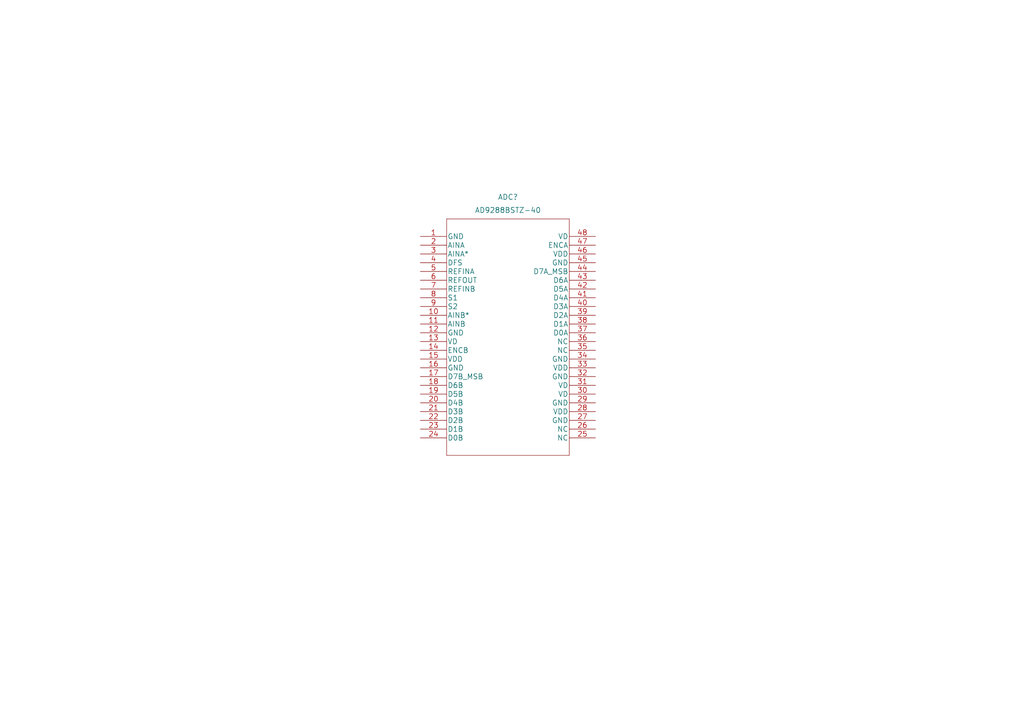
<source format=kicad_sch>
(kicad_sch (version 20211123) (generator eeschema)

  (uuid 38cec898-9cfa-4098-a6ef-169424fa8b9b)

  (paper "A4")

  (lib_symbols
    (symbol "local_library:AD9288BSTZ-40" (pin_names (offset 0.254)) (in_bom yes) (on_board yes)
      (property "Reference" "U" (id 0) (at 25.4 10.16 0)
        (effects (font (size 1.524 1.524)))
      )
      (property "Value" "AD9288BSTZ-40" (id 1) (at 25.4 7.62 0)
        (effects (font (size 1.524 1.524)))
      )
      (property "Footprint" "ST_48_ADI" (id 2) (at 25.4 6.096 0)
        (effects (font (size 1.524 1.524)) hide)
      )
      (property "Datasheet" "" (id 3) (at 0 0 0)
        (effects (font (size 1.524 1.524)))
      )
      (property "ki_locked" "" (id 4) (at 0 0 0)
        (effects (font (size 1.27 1.27)))
      )
      (property "ki_fp_filters" "ST_48_ADI ST_48_ADI-M ST_48_ADI-L" (id 5) (at 0 0 0)
        (effects (font (size 1.27 1.27)) hide)
      )
      (symbol "AD9288BSTZ-40_1_1"
        (polyline
          (pts
            (xy 7.62 -63.5)
            (xy 43.18 -63.5)
          )
          (stroke (width 0.127) (type default) (color 0 0 0 0))
          (fill (type none))
        )
        (polyline
          (pts
            (xy 7.62 5.08)
            (xy 7.62 -63.5)
          )
          (stroke (width 0.127) (type default) (color 0 0 0 0))
          (fill (type none))
        )
        (polyline
          (pts
            (xy 43.18 -63.5)
            (xy 43.18 5.08)
          )
          (stroke (width 0.127) (type default) (color 0 0 0 0))
          (fill (type none))
        )
        (polyline
          (pts
            (xy 43.18 5.08)
            (xy 7.62 5.08)
          )
          (stroke (width 0.127) (type default) (color 0 0 0 0))
          (fill (type none))
        )
        (pin unspecified line (at 0 0 0) (length 7.62)
          (name "GND" (effects (font (size 1.4986 1.4986))))
          (number "1" (effects (font (size 1.4986 1.4986))))
        )
        (pin unspecified line (at 0 -22.86 0) (length 7.62)
          (name "AINB*" (effects (font (size 1.4986 1.4986))))
          (number "10" (effects (font (size 1.4986 1.4986))))
        )
        (pin unspecified line (at 0 -25.4 0) (length 7.62)
          (name "AINB" (effects (font (size 1.4986 1.4986))))
          (number "11" (effects (font (size 1.4986 1.4986))))
        )
        (pin unspecified line (at 0 -27.94 0) (length 7.62)
          (name "GND" (effects (font (size 1.4986 1.4986))))
          (number "12" (effects (font (size 1.4986 1.4986))))
        )
        (pin power_in line (at 0 -30.48 0) (length 7.62)
          (name "VD" (effects (font (size 1.4986 1.4986))))
          (number "13" (effects (font (size 1.4986 1.4986))))
        )
        (pin unspecified line (at 0 -33.02 0) (length 7.62)
          (name "ENCB" (effects (font (size 1.4986 1.4986))))
          (number "14" (effects (font (size 1.4986 1.4986))))
        )
        (pin power_in line (at 0 -35.56 0) (length 7.62)
          (name "VDD" (effects (font (size 1.4986 1.4986))))
          (number "15" (effects (font (size 1.4986 1.4986))))
        )
        (pin unspecified line (at 0 -38.1 0) (length 7.62)
          (name "GND" (effects (font (size 1.4986 1.4986))))
          (number "16" (effects (font (size 1.4986 1.4986))))
        )
        (pin unspecified line (at 0 -40.64 0) (length 7.62)
          (name "D7B_MSB" (effects (font (size 1.4986 1.4986))))
          (number "17" (effects (font (size 1.4986 1.4986))))
        )
        (pin unspecified line (at 0 -43.18 0) (length 7.62)
          (name "D6B" (effects (font (size 1.4986 1.4986))))
          (number "18" (effects (font (size 1.4986 1.4986))))
        )
        (pin unspecified line (at 0 -45.72 0) (length 7.62)
          (name "D5B" (effects (font (size 1.4986 1.4986))))
          (number "19" (effects (font (size 1.4986 1.4986))))
        )
        (pin unspecified line (at 0 -2.54 0) (length 7.62)
          (name "AINA" (effects (font (size 1.4986 1.4986))))
          (number "2" (effects (font (size 1.4986 1.4986))))
        )
        (pin unspecified line (at 0 -48.26 0) (length 7.62)
          (name "D4B" (effects (font (size 1.4986 1.4986))))
          (number "20" (effects (font (size 1.4986 1.4986))))
        )
        (pin unspecified line (at 0 -50.8 0) (length 7.62)
          (name "D3B" (effects (font (size 1.4986 1.4986))))
          (number "21" (effects (font (size 1.4986 1.4986))))
        )
        (pin unspecified line (at 0 -53.34 0) (length 7.62)
          (name "D2B" (effects (font (size 1.4986 1.4986))))
          (number "22" (effects (font (size 1.4986 1.4986))))
        )
        (pin unspecified line (at 0 -55.88 0) (length 7.62)
          (name "D1B" (effects (font (size 1.4986 1.4986))))
          (number "23" (effects (font (size 1.4986 1.4986))))
        )
        (pin unspecified line (at 0 -58.42 0) (length 7.62)
          (name "D0B" (effects (font (size 1.4986 1.4986))))
          (number "24" (effects (font (size 1.4986 1.4986))))
        )
        (pin unspecified line (at 50.8 -58.42 180) (length 7.62)
          (name "NC" (effects (font (size 1.4986 1.4986))))
          (number "25" (effects (font (size 1.4986 1.4986))))
        )
        (pin unspecified line (at 50.8 -55.88 180) (length 7.62)
          (name "NC" (effects (font (size 1.4986 1.4986))))
          (number "26" (effects (font (size 1.4986 1.4986))))
        )
        (pin unspecified line (at 50.8 -53.34 180) (length 7.62)
          (name "GND" (effects (font (size 1.4986 1.4986))))
          (number "27" (effects (font (size 1.4986 1.4986))))
        )
        (pin power_in line (at 50.8 -50.8 180) (length 7.62)
          (name "VDD" (effects (font (size 1.4986 1.4986))))
          (number "28" (effects (font (size 1.4986 1.4986))))
        )
        (pin unspecified line (at 50.8 -48.26 180) (length 7.62)
          (name "GND" (effects (font (size 1.4986 1.4986))))
          (number "29" (effects (font (size 1.4986 1.4986))))
        )
        (pin unspecified line (at 0 -5.08 0) (length 7.62)
          (name "AINA*" (effects (font (size 1.4986 1.4986))))
          (number "3" (effects (font (size 1.4986 1.4986))))
        )
        (pin power_in line (at 50.8 -45.72 180) (length 7.62)
          (name "VD" (effects (font (size 1.4986 1.4986))))
          (number "30" (effects (font (size 1.4986 1.4986))))
        )
        (pin power_in line (at 50.8 -43.18 180) (length 7.62)
          (name "VD" (effects (font (size 1.4986 1.4986))))
          (number "31" (effects (font (size 1.4986 1.4986))))
        )
        (pin unspecified line (at 50.8 -40.64 180) (length 7.62)
          (name "GND" (effects (font (size 1.4986 1.4986))))
          (number "32" (effects (font (size 1.4986 1.4986))))
        )
        (pin power_in line (at 50.8 -38.1 180) (length 7.62)
          (name "VDD" (effects (font (size 1.4986 1.4986))))
          (number "33" (effects (font (size 1.4986 1.4986))))
        )
        (pin unspecified line (at 50.8 -35.56 180) (length 7.62)
          (name "GND" (effects (font (size 1.4986 1.4986))))
          (number "34" (effects (font (size 1.4986 1.4986))))
        )
        (pin unspecified line (at 50.8 -33.02 180) (length 7.62)
          (name "NC" (effects (font (size 1.4986 1.4986))))
          (number "35" (effects (font (size 1.4986 1.4986))))
        )
        (pin unspecified line (at 50.8 -30.48 180) (length 7.62)
          (name "NC" (effects (font (size 1.4986 1.4986))))
          (number "36" (effects (font (size 1.4986 1.4986))))
        )
        (pin unspecified line (at 50.8 -27.94 180) (length 7.62)
          (name "D0A" (effects (font (size 1.4986 1.4986))))
          (number "37" (effects (font (size 1.4986 1.4986))))
        )
        (pin unspecified line (at 50.8 -25.4 180) (length 7.62)
          (name "D1A" (effects (font (size 1.4986 1.4986))))
          (number "38" (effects (font (size 1.4986 1.4986))))
        )
        (pin unspecified line (at 50.8 -22.86 180) (length 7.62)
          (name "D2A" (effects (font (size 1.4986 1.4986))))
          (number "39" (effects (font (size 1.4986 1.4986))))
        )
        (pin unspecified line (at 0 -7.62 0) (length 7.62)
          (name "DFS" (effects (font (size 1.4986 1.4986))))
          (number "4" (effects (font (size 1.4986 1.4986))))
        )
        (pin unspecified line (at 50.8 -20.32 180) (length 7.62)
          (name "D3A" (effects (font (size 1.4986 1.4986))))
          (number "40" (effects (font (size 1.4986 1.4986))))
        )
        (pin unspecified line (at 50.8 -17.78 180) (length 7.62)
          (name "D4A" (effects (font (size 1.4986 1.4986))))
          (number "41" (effects (font (size 1.4986 1.4986))))
        )
        (pin unspecified line (at 50.8 -15.24 180) (length 7.62)
          (name "D5A" (effects (font (size 1.4986 1.4986))))
          (number "42" (effects (font (size 1.4986 1.4986))))
        )
        (pin unspecified line (at 50.8 -12.7 180) (length 7.62)
          (name "D6A" (effects (font (size 1.4986 1.4986))))
          (number "43" (effects (font (size 1.4986 1.4986))))
        )
        (pin unspecified line (at 50.8 -10.16 180) (length 7.62)
          (name "D7A_MSB" (effects (font (size 1.4986 1.4986))))
          (number "44" (effects (font (size 1.4986 1.4986))))
        )
        (pin unspecified line (at 50.8 -7.62 180) (length 7.62)
          (name "GND" (effects (font (size 1.4986 1.4986))))
          (number "45" (effects (font (size 1.4986 1.4986))))
        )
        (pin power_in line (at 50.8 -5.08 180) (length 7.62)
          (name "VDD" (effects (font (size 1.4986 1.4986))))
          (number "46" (effects (font (size 1.4986 1.4986))))
        )
        (pin unspecified line (at 50.8 -2.54 180) (length 7.62)
          (name "ENCA" (effects (font (size 1.4986 1.4986))))
          (number "47" (effects (font (size 1.4986 1.4986))))
        )
        (pin power_in line (at 50.8 0 180) (length 7.62)
          (name "VD" (effects (font (size 1.4986 1.4986))))
          (number "48" (effects (font (size 1.4986 1.4986))))
        )
        (pin unspecified line (at 0 -10.16 0) (length 7.62)
          (name "REFINA" (effects (font (size 1.4986 1.4986))))
          (number "5" (effects (font (size 1.4986 1.4986))))
        )
        (pin unspecified line (at 0 -12.7 0) (length 7.62)
          (name "REFOUT" (effects (font (size 1.4986 1.4986))))
          (number "6" (effects (font (size 1.4986 1.4986))))
        )
        (pin unspecified line (at 0 -15.24 0) (length 7.62)
          (name "REFINB" (effects (font (size 1.4986 1.4986))))
          (number "7" (effects (font (size 1.4986 1.4986))))
        )
        (pin unspecified line (at 0 -17.78 0) (length 7.62)
          (name "S1" (effects (font (size 1.4986 1.4986))))
          (number "8" (effects (font (size 1.4986 1.4986))))
        )
        (pin unspecified line (at 0 -20.32 0) (length 7.62)
          (name "S2" (effects (font (size 1.4986 1.4986))))
          (number "9" (effects (font (size 1.4986 1.4986))))
        )
      )
    )
  )


  (symbol (lib_id "local_library:AD9288BSTZ-40") (at 121.92 68.58 0) (unit 1)
    (in_bom yes) (on_board yes) (fields_autoplaced)
    (uuid ed68ebd5-589f-4017-bc04-9c466a9acf27)
    (property "Reference" "ADC?" (id 0) (at 147.32 57.15 0)
      (effects (font (size 1.524 1.524)))
    )
    (property "Value" "AD9288BSTZ-40" (id 1) (at 147.32 60.96 0)
      (effects (font (size 1.524 1.524)))
    )
    (property "Footprint" "ST_48_ADI" (id 2) (at 147.32 62.484 0)
      (effects (font (size 1.524 1.524)) hide)
    )
    (property "Datasheet" "" (id 3) (at 121.92 68.58 0)
      (effects (font (size 1.524 1.524)))
    )
    (pin "1" (uuid f14fa01a-756a-4375-8298-d6be9615c768))
    (pin "10" (uuid 300d7d5e-0d86-45d7-aadc-54e5d9cf2005))
    (pin "11" (uuid 0ba0edcf-fca8-42b2-a1bb-466f165d6e92))
    (pin "12" (uuid c66bdf6c-66e4-4b28-8748-a4af2250123c))
    (pin "13" (uuid cc76f375-b8b8-440f-8fc4-4e7ef7fcec78))
    (pin "14" (uuid 1dbe4990-0c70-4aa5-b539-c0f6d5b1d738))
    (pin "15" (uuid 56c27a86-795c-4f60-a9ed-97cde70ab96e))
    (pin "16" (uuid 301797b7-1570-4c7c-b017-62f91ddf1359))
    (pin "17" (uuid 57fbe3c3-0458-4396-9c12-f0f5f394f6c8))
    (pin "18" (uuid e8103c90-bfd9-4eb7-9094-666d59e1bba6))
    (pin "19" (uuid 821ac304-8331-43df-80d7-fa226f9fd3fa))
    (pin "2" (uuid 607049d8-1f2f-4ebb-b758-dd8dda2cbdc4))
    (pin "20" (uuid 55e19627-dfbc-4135-9a8d-f792435c467a))
    (pin "21" (uuid 46152460-067d-45a9-b836-ddbb585c70a7))
    (pin "22" (uuid 8c40abf8-4eca-4c06-8b96-dd949253e6b9))
    (pin "23" (uuid 2e47380f-97e2-4276-85bf-c82ca7c58e60))
    (pin "24" (uuid 4a03355b-c637-4336-b3d9-9341dcdcb75f))
    (pin "25" (uuid 6c09922a-e294-41a2-b79b-451886b40a4e))
    (pin "26" (uuid dd45505c-3638-4aed-a15f-7575ea903c2d))
    (pin "27" (uuid 3b00ec7c-802e-42b2-ae19-5291c29f6b63))
    (pin "28" (uuid ee44cb54-f98d-416d-b784-5654593176d1))
    (pin "29" (uuid be868713-7feb-4849-81f3-8a1ce10ec90f))
    (pin "3" (uuid cdd29b5a-02cb-451a-b007-33a3afd50f61))
    (pin "30" (uuid 54803cd7-2626-4771-b867-8cb84c25335c))
    (pin "31" (uuid bef9e315-d4f9-48b2-a0ea-a698c7a98e82))
    (pin "32" (uuid a54ef978-5e0c-4bee-91b6-1a30c3d7cf47))
    (pin "33" (uuid a64a955e-c692-4d72-b696-e4fdf0f1bb10))
    (pin "34" (uuid 0e1df6a1-c822-4713-8959-7295d09ff568))
    (pin "35" (uuid db54a036-5b6c-43e8-a074-0247a262b676))
    (pin "36" (uuid 0c8769c6-dc70-473e-88cc-3dc9d9a81c71))
    (pin "37" (uuid 42f0ece3-576b-491f-8814-df7536b07cee))
    (pin "38" (uuid 80d13513-1410-4ef6-9237-9470f722bdbe))
    (pin "39" (uuid 008d1c05-83dc-4dbd-873c-430ce45ac30d))
    (pin "4" (uuid 5834a5c7-222b-4770-b53f-c23157582bae))
    (pin "40" (uuid c052e8f5-14c8-4119-9765-8d241cd236eb))
    (pin "41" (uuid 7e7e285d-7f65-4d53-b55d-ef8b716b04ad))
    (pin "42" (uuid 534ae508-11b4-49f5-be1e-f68ecd39702d))
    (pin "43" (uuid f9b87bc4-04a4-46de-9700-4bbeafe6d4ec))
    (pin "44" (uuid 17b58533-33cc-4316-9a5b-b75a89befcaa))
    (pin "45" (uuid a0713626-cada-40e1-aae3-44ee3a172212))
    (pin "46" (uuid 19bf9146-9f39-44af-ae1b-ad48c261105f))
    (pin "47" (uuid 17b0eb0b-5b86-410a-96ec-c6fb26c033f4))
    (pin "48" (uuid ba1397e5-dcc4-4919-84a3-e88c95edd1ed))
    (pin "5" (uuid c4b219f3-7356-45d6-8585-7afded14195d))
    (pin "6" (uuid 2741fd04-0c8e-4eed-9697-a8ba1edcd470))
    (pin "7" (uuid c04da55c-6f4d-49f3-8525-c5260c5ce521))
    (pin "8" (uuid b5116348-0ca5-4393-a254-585c6719a5fa))
    (pin "9" (uuid 6b15a364-2d58-400a-8ac0-515816bdfc7f))
  )
)

</source>
